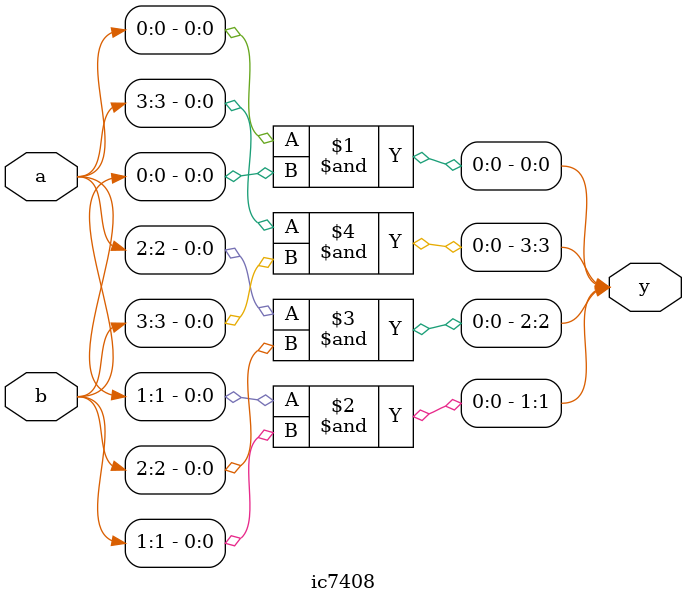
<source format=v>

module ic7408(a, b, y);
    input   [3:0] a;
    input   [3:0] b;
    output  [3:0] y;
    
    assign #5 y[0] = a[0] & b[0];
    assign #5 y[1] = a[1] & b[1];
    assign #5 y[2] = a[2] & b[2];
    assign #5 y[3] = a[3] & b[3];
    
endmodule

</source>
